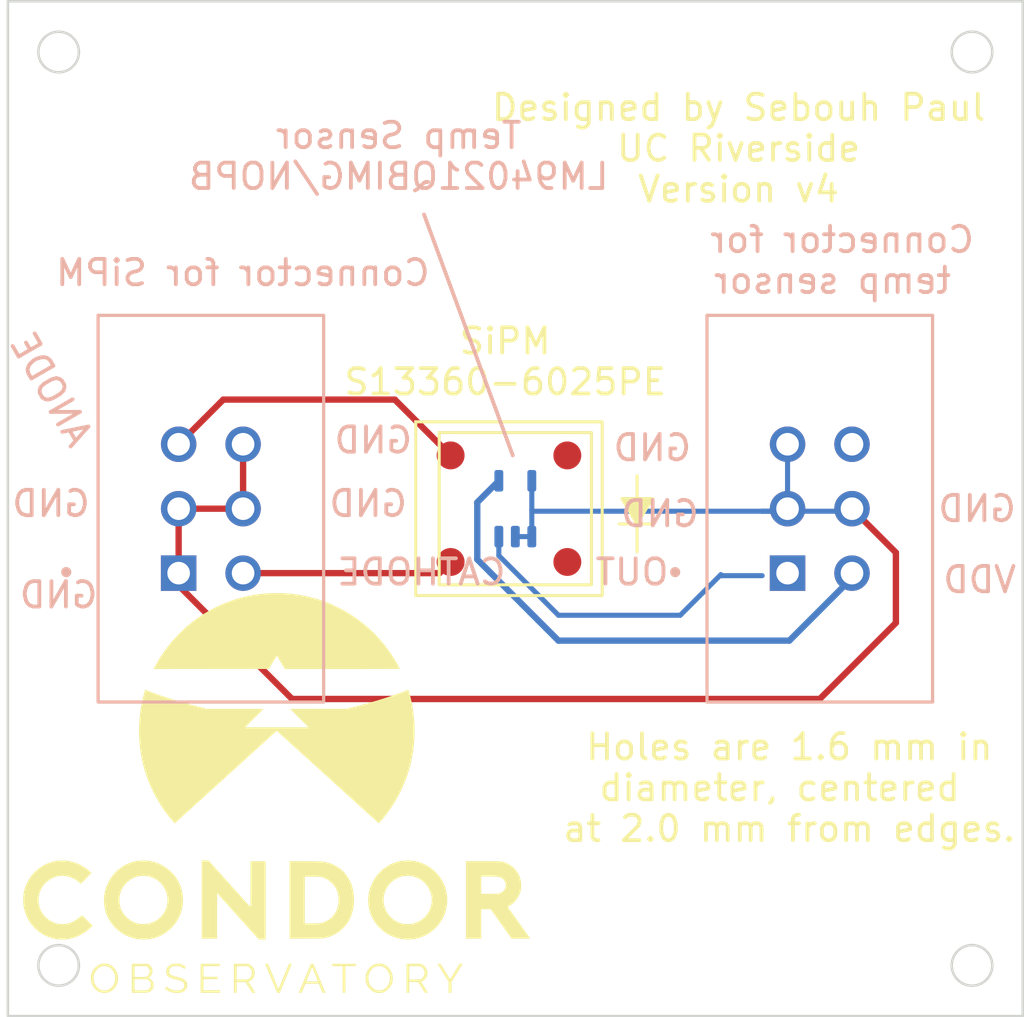
<source format=kicad_pcb>
(kicad_pcb (version 20211014) (generator pcbnew)
  (layers (0 "F.Cu" signal) (31 "B.Cu" signal) (34 "B.Paste" user) (35 "F.Paste" user) (36 "B.SilkS" user "B.Silkscreen") (37 "F.SilkS" user "F.Silkscreen") (38 "B.Mask" user) (39 "F.Mask" user) (44 "Edge.Cuts" user))
  (net 0 "")
  (footprint "Symbol:condor_logo_2cm" (layer "F.Cu") (at 165.6 111.2)
    (fp_text reference "G***" hide)
    (fp_text value "LOGO" hide)
  )
  (footprint "Symbol:diode_direction" (layer "F.Cu") (at 179.8 100.2 90)
    (fp_text reference "REF**" hide)
    (fp_text value "diode_direction" hide)
  )
  (footprint "SiPM:S13360-6025PE" (layer "F.Cu") (at 175 100)
    (fp_text reference "REF**" hide)
    (fp_text value "S13360-6025PE")
    (pad "1" smd circle (at 2.05 -2.1) (size 1.1 1.1) (layers "F.Cu" "F.Paste" "F.Mask"))
    (pad "2" smd circle (at -2.55 -2.1) (size 1.1 1.1) (layers "F.Cu" "F.Paste" "F.Mask"))
    (pad "3" smd circle (at -2.55 2.1) (size 1.1 1.1) (layers "F.Cu" "F.Paste" "F.Mask"))
    (pad "4" smd circle (at 2.05 2.1) (size 1.1 1.1) (layers "F.Cu" "F.Paste" "F.Mask"))
  )
  (footprint "Sensor:LM94021QBIMG-NOPB" (layer "B.Cu") (at 175 100 180)
    (fp_text reference "REF**" hide)
    (fp_text value "LM94021QBIMG-NOPB")
    (pad "1" smd roundrect (at -0.65 -1.1 180) (size 0.35 0.85) (layers "B.Cu" "B.Paste" "B.Mask"))
    (pad "2" smd roundrect (at 0 -1.1 180) (size 0.35 0.85) (layers "B.Cu" "B.Paste" "B.Mask"))
    (pad "3" smd roundrect (at 0.65 -1.1 180) (size 0.35 0.85) (layers "B.Cu" "B.Paste" "B.Mask"))
    (pad "4" smd roundrect (at 0.65 1.1 180) (size 0.35 0.85) (layers "B.Cu" "B.Paste" "B.Mask"))
    (pad "5" smd roundrect (at -0.65 1.1 180) (size 0.35 0.85) (layers "B.Cu" "B.Paste" "B.Mask"))
  )
  (footprint "Connector_TE-Connectivity:TE_2-1761679-1" (layer "B.Cu") (at 163 100 90)
    (fp_text reference "REF**" hide)
    (fp_text value "TE_2-1761679-1")
    (pad "1" thru_hole rect (at -2.54 -1.27 90) (size 1.398 1.398) (drill 0.89) (layers *.Cu *.Mask))
    (pad "2" thru_hole circle (at -2.54 1.27 90) (size 1.398 1.398) (drill 0.89) (layers *.Cu *.Mask))
    (pad "3" thru_hole circle (at 0 -1.27 90) (size 1.398 1.398) (drill 0.89) (layers *.Cu *.Mask))
    (pad "4" thru_hole circle (at 0 1.27 90) (size 1.398 1.398) (drill 0.89) (layers *.Cu *.Mask))
    (pad "5" thru_hole circle (at 2.54 -1.27 90) (size 1.398 1.398) (drill 0.89) (layers *.Cu *.Mask))
    (pad "6" thru_hole circle (at 2.54 1.27 90) (size 1.398 1.398) (drill 0.89) (layers *.Cu *.Mask))
  )
  (footprint "Connector_TE-Connectivity:TE_2-1761679-1" (layer "B.Cu") (at 187 100 90)
    (fp_text reference "REF**" hide)
    (fp_text value "TE_2-1761679-1")
    (pad "1" thru_hole rect (at -2.54 -1.27 90) (size 1.398 1.398) (drill 0.89) (layers *.Cu *.Mask))
    (pad "2" thru_hole circle (at -2.54 1.27 90) (size 1.398 1.398) (drill 0.89) (layers *.Cu *.Mask))
    (pad "3" thru_hole circle (at 0 -1.27 90) (size 1.398 1.398) (drill 0.89) (layers *.Cu *.Mask))
    (pad "4" thru_hole circle (at 0 1.27 90) (size 1.398 1.398) (drill 0.89) (layers *.Cu *.Mask))
    (pad "5" thru_hole circle (at 2.54 -1.27 90) (size 1.398 1.398) (drill 0.89) (layers *.Cu *.Mask))
    (pad "6" thru_hole circle (at 2.54 1.27 90) (size 1.398 1.398) (drill 0.89) (layers *.Cu *.Mask))
  )
  (gr_line (start 171.4 88.4) (end 174.9 97.9) (layer "B.SilkS") (width 0.15))
  (gr_circle (center 157 118) (end 157.8 118) (layer "Edge.Cuts") (width 0.1) (fill none))
  (gr_circle (center 193 118) (end 193.8 118) (layer "Edge.Cuts") (width 0.1) (fill none))
  (gr_circle (center 157 82) (end 157.8 82) (layer "Edge.Cuts") (width 0.1) (fill none))
  (gr_circle (center 193 82) (end 193.8 82) (layer "Edge.Cuts") (width 0.1) (fill none))
  (gr_rect (start 195 120) (end 155 80) (layer "Edge.Cuts") (width 0.1) (fill none))
  (gr_text "GND" (at 169.2 99.8) (layer "B.SilkS") (effects (font (size 1 1)) (justify mirror)))
  (gr_text "GND" (at 180.7 100.2) (layer "B.SilkS") (effects (font (size 1 1)) (justify mirror)))
  (gr_text "OUT\n" (at 179.6 102.5) (layer "B.SilkS") (effects (font (size 1 1)) (justify mirror)))
  (gr_text "Temp Sensor\nLM94021QBIMG/NOPB" (at 170.4 86.1) (layer "B.SilkS") (effects (font (size 1 1)) (justify mirror)))
  (gr_text "VDD\n" (at 193.3 102.8) (layer "B.SilkS") (effects (font (size 1 1)) (justify mirror)))
  (gr_text "Connector for \ntemp sensor" (at 187.5 90.2) (layer "B.SilkS") (effects (font (size 1 1)) (justify mirror)))
  (gr_text "ANODE" (at 156.7 95.3 -60) (layer "B.SilkS") (effects (font (size 1 1)) (justify mirror)))
  (gr_text "GND" (at 156.7 99.8) (layer "B.SilkS") (effects (font (size 1 1)) (justify mirror)))
  (gr_text "Connector for SiPM" (at 164.2625 90.7) (layer "B.SilkS") (effects (font (size 1 1)) (justify mirror)))
  (gr_text "GND" (at 169.4 97.3) (layer "B.SilkS") (effects (font (size 1 1)) (justify mirror)))
  (gr_text "GND" (at 180.4 97.6) (layer "B.SilkS") (effects (font (size 1 1)) (justify mirror)))
  (gr_text "CATHODE" (at 171.3 102.5) (layer "B.SilkS") (effects (font (size 1 1)) (justify mirror)))
  (gr_text "GND" (at 157 103.4) (layer "B.SilkS") (effects (font (size 1 1)) (justify mirror)))
  (gr_text "GND" (at 193.2 100) (layer "B.SilkS") (effects (font (size 1 1)) (justify mirror)))
  (gr_text "Designed by Sebouh Paul\nUC Riverside\nVersion v4" (at 183.8 85.8) (layer "F.SilkS") (effects (font (size 1 1))))
  (gr_text "Holes are 1.6 mm in\ndiameter, centered \nat 2.0 mm from edges.\n" (at 185.8 111) (layer "F.SilkS") (effects (font (size 1 1))))
  (gr_text "SiPM\nS13360-6025PE" (at 174.6 94.2) (layer "F.SilkS") (effects (font (size 1 1))))
  (segment (start 172.01 102.54) (end 172.45 102.1) (width 0.25) (layer "F.Cu") (net 0))
  (segment (start 161.73 103.03) (end 166.2 107.5) (width 0.25) (layer "F.Cu") (net 0))
  (segment (start 170.25 95.7) (end 163.49 95.7) (width 0.25) (layer "F.Cu") (net 0))
  (segment (start 187 107.5) (end 190 104.5) (width 0.25) (layer "F.Cu") (net 0))
  (segment (start 172.45 97.9) (end 170.25 95.7) (width 0.25) (layer "F.Cu") (net 0))
  (segment (start 166.2 107.5) (end 187 107.5) (width 0.25) (layer "F.Cu") (net 0))
  (segment (start 161.73 100) (end 161.73 103.03) (width 0.25) (layer "F.Cu") (net 0))
  (segment (start 164.27 102.54) (end 172.01 102.54) (width 0.25) (layer "F.Cu") (net 0))
  (segment (start 190 104.5) (end 190 101.73) (width 0.25) (layer "F.Cu") (net 0))
  (segment (start 190 101.73) (end 188.27 100) (width 0.25) (layer "F.Cu") (net 0))
  (segment (start 163.49 95.7) (end 161.73 97.46) (width 0.25) (layer "F.Cu") (net 0))
  (segment (start 164.27 100) (end 161.73 100) (width 0.25) (layer "F.Cu") (net 0))
  (segment (start 164.27 97.46) (end 164.27 100) (width 0.25) (layer "F.Cu") (net 0))
  (segment (start 176.7 104.2) (end 181.5 104.2) (width 0.2) (layer "B.Cu") (net 0))
  (segment (start 188.27 102.54) (end 188.27 102.73) (width 0.25) (layer "B.Cu") (net 0))
  (segment (start 183.1 102.6) (end 183.14 102.64) (width 0.2) (layer "B.Cu") (net 0))
  (segment (start 174.35 101.85) (end 176.7 104.2) (width 0.2) (layer "B.Cu") (net 0))
  (segment (start 183.14 102.64) (end 184.73 102.64) (width 0.2) (layer "B.Cu") (net 0))
  (segment (start 175.7 100.1) (end 175.65 100.05) (width 0.2) (layer "B.Cu") (net 0))
  (segment (start 175 101.1) (end 175.65 101.1) (width 0.2) (layer "B.Cu") (net 0))
  (segment (start 185.63 100.1) (end 185.73 100) (width 0.2) (layer "B.Cu") (net 0))
  (segment (start 184.73 100.1) (end 175.7 100.1) (width 0.2) (layer "B.Cu") (net 0))
  (segment (start 173.5 102) (end 173.5 99.75) (width 0.25) (layer "B.Cu") (net 0))
  (segment (start 175.65 101.1) (end 175.65 100.05) (width 0.2) (layer "B.Cu") (net 0))
  (segment (start 184.73 100.1) (end 185.63 100.1) (width 0.2) (layer "B.Cu") (net 0))
  (segment (start 181.5 104.2) (end 183.1 102.6) (width 0.2) (layer "B.Cu") (net 0))
  (segment (start 174.35 101.1) (end 174.35 101.85) (width 0.2) (layer "B.Cu") (net 0))
  (segment (start 188.17 100.1) (end 188.27 100) (width 0.2) (layer "B.Cu") (net 0))
  (segment (start 175.65 100.05) (end 175.65 98.9) (width 0.2) (layer "B.Cu") (net 0))
  (segment (start 176.7 105.2) (end 173.5 102) (width 0.25) (layer "B.Cu") (net 0))
  (segment (start 185.73 100) (end 185.73 97.56) (width 0.2) (layer "B.Cu") (net 0))
  (segment (start 173.5 99.75) (end 174.35 98.9) (width 0.25) (layer "B.Cu") (net 0))
  (segment (start 184.73 100.1) (end 188.17 100.1) (width 0.2) (layer "B.Cu") (net 0))
  (segment (start 185.8 105.2) (end 176.7 105.2) (width 0.25) (layer "B.Cu") (net 0))
  (segment (start 188.27 102.73) (end 185.8 105.2) (width 0.25) (layer "B.Cu") (net 0))
)
</source>
